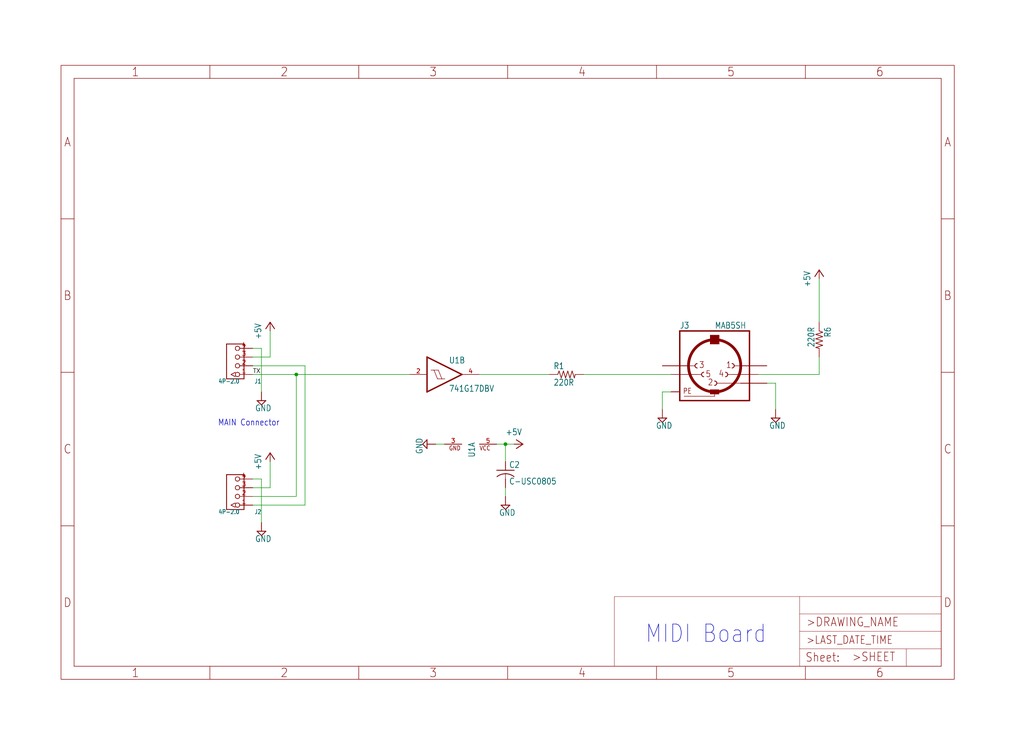
<source format=kicad_sch>
(kicad_sch (version 20211123) (generator eeschema)
  (paper "User" 298.45 217.881)
  (lib_symbols
    (symbol "weaver_midiout-eagle-import:+5V" (power)
      (property "Value" "+5V" (at -2.54 -5.08 90))
      (symbol "+5V_1_0"
        (polyline (pts (xy 0 0) (xy -1.27 -1.905)) (stroke (width 0.254)))
        (polyline (pts (xy 1.27 -1.905) (xy 0 0)) (stroke (width 0.254)))
        (pin power_in line (at 0 -2.54 90) (length 2.54) (name "+5V") (number "1"))
      )
    )
    (symbol "weaver_midiout-eagle-import:741G17DBV"
      (property "Reference" "IC" (at 1.27 3.175 0))
      (property "Value" "741G17DBV" (at 1.27 -5.08 0))
      (symbol "741G17DBV_1_0"
        (text "GND" (at 1.905 -6.35 900) (effects (font (size 1.27 1.0795)) (justify left bottom)))
        (text "VCC" (at 1.905 2.54 900) (effects (font (size 1.27 1.0795)) (justify left bottom)))
        (pin power_in line (at 0 -7.62 90) (length 5.08) (name "GND") (number "3"))
        (pin power_in line (at 0 7.62 270) (length 5.08) (name "VCC") (number "5"))
      )
      (symbol "741G17DBV_2_0"
        (polyline (pts (xy -5.08 -5.08) (xy -5.08 5.08)) (stroke (width 0.4064)))
        (polyline (pts (xy -5.08 5.08) (xy 5.08 0)) (stroke (width 0.4064)))
        (polyline (pts (xy -3.937 1.27) (xy -3.048 1.27)) (stroke (width 0.1524)))
        (polyline (pts (xy -3.048 1.27) (xy -1.778 1.27)) (stroke (width 0.1524)))
        (polyline (pts (xy -2.032 -1.27) (xy -3.048 1.27)) (stroke (width 0.1524)))
        (polyline (pts (xy -2.032 -1.27) (xy -0.762 -1.27)) (stroke (width 0.1524)))
        (polyline (pts (xy -0.762 -1.27) (xy -1.778 1.27)) (stroke (width 0.1524)))
        (polyline (pts (xy -0.762 -1.27) (xy 0.127 -1.27)) (stroke (width 0.1524)))
        (polyline (pts (xy 5.08 0) (xy -5.08 -5.08)) (stroke (width 0.4064)))
        (pin input line (at -10.16 0 0) (length 5.08) (name "I") (number "2"))
        (pin output line (at 10.16 0 180) (length 5.08) (name "O") (number "4"))
      )
    )
    (symbol "weaver_midiout-eagle-import:A4L-LOC"
      (symbol "A4L-LOC_0_0"
        (polyline (pts (xy 0 44.7675) (xy 3.81 44.7675)))
        (polyline (pts (xy 0 89.535) (xy 3.81 89.535)))
        (polyline (pts (xy 0 134.3025) (xy 3.81 134.3025)))
        (polyline (pts (xy 3.81 3.81) (xy 3.81 175.26)))
        (polyline (pts (xy 43.3917 0) (xy 43.3917 3.81)))
        (polyline (pts (xy 43.3917 175.26) (xy 43.3917 179.07)))
        (polyline (pts (xy 86.7833 0) (xy 86.7833 3.81)))
        (polyline (pts (xy 86.7833 175.26) (xy 86.7833 179.07)))
        (polyline (pts (xy 130.175 0) (xy 130.175 3.81)))
        (polyline (pts (xy 130.175 175.26) (xy 130.175 179.07)))
        (polyline (pts (xy 173.5667 0) (xy 173.5667 3.81)))
        (polyline (pts (xy 173.5667 175.26) (xy 173.5667 179.07)))
        (polyline (pts (xy 216.9583 0) (xy 216.9583 3.81)))
        (polyline (pts (xy 216.9583 175.26) (xy 216.9583 179.07)))
        (polyline (pts (xy 256.54 3.81) (xy 3.81 3.81)))
        (polyline (pts (xy 256.54 3.81) (xy 256.54 175.26)))
        (polyline (pts (xy 256.54 44.7675) (xy 260.35 44.7675)))
        (polyline (pts (xy 256.54 89.535) (xy 260.35 89.535)))
        (polyline (pts (xy 256.54 134.3025) (xy 260.35 134.3025)))
        (polyline (pts (xy 256.54 175.26) (xy 3.81 175.26)))
        (polyline (pts (xy 0 0) (xy 260.35 0) (xy 260.35 179.07) (xy 0 179.07) (xy 0 0)))
        (text "1" (at 21.6958 1.905 0) (effects (font (size 2.54 2.286))))
        (text "1" (at 21.6958 177.165 0) (effects (font (size 2.54 2.286))))
        (text "2" (at 65.0875 1.905 0) (effects (font (size 2.54 2.286))))
        (text "2" (at 65.0875 177.165 0) (effects (font (size 2.54 2.286))))
        (text "3" (at 108.4792 1.905 0) (effects (font (size 2.54 2.286))))
        (text "3" (at 108.4792 177.165 0) (effects (font (size 2.54 2.286))))
        (text "4" (at 151.8708 1.905 0) (effects (font (size 2.54 2.286))))
        (text "4" (at 151.8708 177.165 0) (effects (font (size 2.54 2.286))))
        (text "5" (at 195.2625 1.905 0) (effects (font (size 2.54 2.286))))
        (text "5" (at 195.2625 177.165 0) (effects (font (size 2.54 2.286))))
        (text "6" (at 238.6542 1.905 0) (effects (font (size 2.54 2.286))))
        (text "6" (at 238.6542 177.165 0) (effects (font (size 2.54 2.286))))
        (text "A" (at 1.905 156.6863 0) (effects (font (size 2.54 2.286))))
        (text "A" (at 258.445 156.6863 0) (effects (font (size 2.54 2.286))))
        (text "B" (at 1.905 111.9188 0) (effects (font (size 2.54 2.286))))
        (text "B" (at 258.445 111.9188 0) (effects (font (size 2.54 2.286))))
        (text "C" (at 1.905 67.1513 0) (effects (font (size 2.54 2.286))))
        (text "C" (at 258.445 67.1513 0) (effects (font (size 2.54 2.286))))
        (text "D" (at 1.905 22.3838 0) (effects (font (size 2.54 2.286))))
        (text "D" (at 258.445 22.3838 0) (effects (font (size 2.54 2.286))))
      )
      (symbol "A4L-LOC_1_0"
        (polyline (pts (xy 161.29 3.81) (xy 161.29 24.13)) (stroke (width 0.1016)))
        (polyline (pts (xy 161.29 24.13) (xy 215.265 24.13)) (stroke (width 0.1016)))
        (polyline (pts (xy 215.265 8.89) (xy 215.265 3.81)) (stroke (width 0.1016)))
        (polyline (pts (xy 215.265 8.89) (xy 215.265 13.97)) (stroke (width 0.1016)))
        (polyline (pts (xy 215.265 13.97) (xy 215.265 19.05)) (stroke (width 0.1016)))
        (polyline (pts (xy 215.265 13.97) (xy 256.54 13.97)) (stroke (width 0.1016)))
        (polyline (pts (xy 215.265 19.05) (xy 215.265 24.13)) (stroke (width 0.1016)))
        (polyline (pts (xy 215.265 19.05) (xy 256.54 19.05)) (stroke (width 0.1016)))
        (polyline (pts (xy 215.265 24.13) (xy 256.54 24.13)) (stroke (width 0.1016)))
        (polyline (pts (xy 246.38 3.81) (xy 246.38 8.89)) (stroke (width 0.1016)))
        (polyline (pts (xy 246.38 8.89) (xy 215.265 8.89)) (stroke (width 0.1016)))
        (polyline (pts (xy 246.38 8.89) (xy 256.54 8.89)) (stroke (width 0.1016)))
        (polyline (pts (xy 256.54 3.81) (xy 256.54 8.89)) (stroke (width 0.1016)))
        (polyline (pts (xy 256.54 8.89) (xy 256.54 13.97)) (stroke (width 0.1016)))
        (polyline (pts (xy 256.54 13.97) (xy 256.54 19.05)) (stroke (width 0.1016)))
        (polyline (pts (xy 256.54 19.05) (xy 256.54 24.13)) (stroke (width 0.1016)))
        (text ">DRAWING_NAME" (at 217.17 15.24 0) (effects (font (size 2.54 2.159)) (justify left bottom)))
        (text ">LAST_DATE_TIME" (at 217.17 10.16 0) (effects (font (size 2.286 1.9431)) (justify left bottom)))
        (text ">SHEET" (at 230.505 5.08 0) (effects (font (size 2.54 2.159)) (justify left bottom)))
        (text "Sheet:" (at 216.916 4.953 0) (effects (font (size 2.54 2.159)) (justify left bottom)))
      )
    )
    (symbol "weaver_midiout-eagle-import:C-USC0805"
      (property "Reference" "C" (at 1.016 0.635 0))
      (property "Value" "C-USC0805" (at 1.016 -4.191 0))
      (symbol "C-USC0805_1_0"
        (arc (start 0 -1.0161) (mid -1.302 -1.2303) (end -2.4668 -1.8504) (stroke (width 0.254)))
        (polyline (pts (xy -2.54 0) (xy 2.54 0)) (stroke (width 0.254)))
        (polyline (pts (xy 0 -1.016) (xy 0 -2.54)) (stroke (width 0.1524)))
        (arc (start 2.4892 -1.8542) (mid 1.3158 -1.2195) (end 0 -1) (stroke (width 0.254)))
        (pin passive line (at 0 2.54 270) (length 2.54) (name "1") (number "1"))
        (pin passive line (at 0 -5.08 90) (length 2.54) (name "2") (number "2"))
      )
    )
    (symbol "weaver_midiout-eagle-import:GND" (power)
      (property "Value" "GND" (at -1.905 -3.175 0))
      (symbol "GND_1_0"
        (polyline (pts (xy -1.27 0) (xy 1.27 0)) (stroke (width 0.254)))
        (polyline (pts (xy 0 -1.27) (xy -1.27 0)) (stroke (width 0.254)))
        (polyline (pts (xy 1.27 0) (xy 0 -1.27)) (stroke (width 0.254)))
        (pin power_in line (at 0 2.54 270) (length 2.54) (name "GND") (number "1"))
      )
    )
    (symbol "weaver_midiout-eagle-import:GROVE-CONNECTOR-DIP(4P-2.0)"
      (property "Reference" "J" (at -5.08 6.35 0))
      (property "Value" "GROVE-CONNECTOR-DIP(4P-2.0)" (at 1.27 6.35 0))
      (symbol "GROVE-CONNECTOR-DIP(4P-2.0)_1_0"
        (polyline (pts (xy 0 -3.81) (xy 0 6.35)) (stroke (width 0.254)))
        (polyline (pts (xy 0 6.35) (xy 5.08 6.35)) (stroke (width 0.254)))
        (polyline (pts (xy 5.08 -3.81) (xy 0 -3.81)) (stroke (width 0.254)))
        (polyline (pts (xy 5.08 6.35) (xy 5.08 -3.81)) (stroke (width 0.254)))
        (pin bidirectional inverted_clock (at -2.54 5.08 0) (length 5.08) (name "1") (number "1"))
        (pin bidirectional inverted (at -2.54 2.54 0) (length 5.08) (name "2") (number "2"))
        (pin bidirectional inverted (at -2.54 0 0) (length 5.08) (name "3") (number "3"))
        (pin bidirectional inverted (at -2.54 -2.54 0) (length 5.08) (name "4") (number "4"))
      )
    )
    (symbol "weaver_midiout-eagle-import:MAB5SH"
      (property "Reference" "X" (at -10.16 10.795 0))
      (property "Value" "MAB5SH" (at 0 10.795 0))
      (symbol "MAB5SH_1_0"
        (arc (start -5.715 0) (mid -5.529 -0.449) (end -5.08 -0.635) (stroke (width 0.254)))
        (arc (start -5.08 0.635) (mid -5.529 0.449) (end -5.715 0) (stroke (width 0.254)))
        (arc (start -3.81 -2.54) (mid -3.624 -2.989) (end -3.175 -3.175) (stroke (width 0.254)))
        (arc (start -3.175 -1.905) (mid -3.624 -2.091) (end -3.81 -2.54) (stroke (width 0.254)))
        (rectangle (start -1.27 -8.255) (end 1.27 -6.985) (fill (type outline)))
        (rectangle (start -1.27 6.35) (end 1.27 8.89) (fill (type outline)))
        (arc (start 0 -5.715) (mid 0.449 -5.529) (end 0.635 -5.08) (stroke (width 0.254)))
        (polyline (pts (xy -10.16 -10.16) (xy -10.16 10.16)) (stroke (width 0.4064)))
        (polyline (pts (xy -10.16 -10.16) (xy 10.16 -10.16)) (stroke (width 0.4064)))
        (polyline (pts (xy -7.62 0) (xy -5.715 0)) (stroke (width 0.1524)))
        (polyline (pts (xy -5.08 -2.54) (xy -3.81 -2.54)) (stroke (width 0.1524)))
        (polyline (pts (xy -1.27 6.35) (xy -1.27 8.89)) (stroke (width 0.1524)))
        (polyline (pts (xy -1.27 6.35) (xy 1.27 6.35)) (stroke (width 0.1524)))
        (polyline (pts (xy -1.27 8.89) (xy 1.27 8.89)) (stroke (width 0.1524)))
        (polyline (pts (xy 0 -8.89) (xy -8.89 -8.89)) (stroke (width 0.1524)))
        (polyline (pts (xy 0 -8.89) (xy 0 -7.62)) (stroke (width 0.1524)))
        (polyline (pts (xy 0.635 -5.08) (xy 7.62 -5.08)) (stroke (width 0.1524)))
        (polyline (pts (xy 1.27 8.89) (xy 1.27 6.35)) (stroke (width 0.1524)))
        (polyline (pts (xy 3.81 -2.54) (xy 5.08 -2.54)) (stroke (width 0.1524)))
        (polyline (pts (xy 5.715 0) (xy 7.62 0)) (stroke (width 0.1524)))
        (polyline (pts (xy 10.16 10.16) (xy -10.16 10.16)) (stroke (width 0.4064)))
        (polyline (pts (xy 10.16 10.16) (xy 10.16 -10.16)) (stroke (width 0.4064)))
        (circle (center 0 0) (radius 7.62) (stroke (width 0.8128)))
        (arc (start 0.635 -5.08) (mid 0.449 -4.631) (end 0 -4.445) (stroke (width 0.254)))
        (arc (start 3.175 -3.175) (mid 3.624 -2.989) (end 3.81 -2.54) (stroke (width 0.254)))
        (arc (start 3.81 -2.54) (mid 3.624 -2.091) (end 3.175 -1.905) (stroke (width 0.254)))
        (arc (start 5.08 -0.635) (mid 5.529 -0.449) (end 5.715 0) (stroke (width 0.254)))
        (arc (start 5.715 0) (mid 5.529 0.449) (end 5.08 0.635) (stroke (width 0.254)))
        (text "1" (at 3.302 -0.762 0) (effects (font (size 1.778 1.5113)) (justify left bottom)))
        (text "2" (at -2.032 -5.842 0) (effects (font (size 1.778 1.5113)) (justify left bottom)))
        (text "3" (at -4.572 -0.762 0) (effects (font (size 1.778 1.5113)) (justify left bottom)))
        (text "4" (at 1.143 -3.302 0) (effects (font (size 1.778 1.5113)) (justify left bottom)))
        (text "5" (at -2.667 -3.429 0) (effects (font (size 1.778 1.5113)) (justify left bottom)))
        (text "PE" (at -9.271 -8.255 0) (effects (font (size 1.524 1.2954)) (justify left bottom)))
        (pin passive line (at 15.24 0 180) (length 7.62) (name "1") (number "1"))
        (pin passive line (at 15.24 -5.08 180) (length 7.62) (name "2") (number "2"))
        (pin passive line (at -15.24 0 0) (length 7.62) (name "3") (number "3"))
        (pin passive line (at 12.7 -2.54 180) (length 7.62) (name "4") (number "4"))
        (pin passive line (at -12.7 -2.54 0) (length 7.62) (name "5") (number "5"))
        (pin power_in line (at -12.7 -7.62 0) (length 2.54) (name "PE") (number "PE"))
        (pin power_in line (at -12.7 -7.62 0) (length 2.54) (name "PE") (number "PE@"))
      )
    )
    (symbol "weaver_midiout-eagle-import:R-US_R0805"
      (property "Reference" "R" (at -3.81 1.4986 0))
      (property "Value" "R-US_R0805" (at -3.81 -3.302 0))
      (symbol "R-US_R0805_1_0"
        (polyline (pts (xy -2.54 0) (xy -2.159 1.016)) (stroke (width 0.2032)))
        (polyline (pts (xy -2.159 1.016) (xy -1.524 -1.016)) (stroke (width 0.2032)))
        (polyline (pts (xy -1.524 -1.016) (xy -0.889 1.016)) (stroke (width 0.2032)))
        (polyline (pts (xy -0.889 1.016) (xy -0.254 -1.016)) (stroke (width 0.2032)))
        (polyline (pts (xy -0.254 -1.016) (xy 0.381 1.016)) (stroke (width 0.2032)))
        (polyline (pts (xy 0.381 1.016) (xy 1.016 -1.016)) (stroke (width 0.2032)))
        (polyline (pts (xy 1.016 -1.016) (xy 1.651 1.016)) (stroke (width 0.2032)))
        (polyline (pts (xy 1.651 1.016) (xy 2.286 -1.016)) (stroke (width 0.2032)))
        (polyline (pts (xy 2.286 -1.016) (xy 2.54 0)) (stroke (width 0.2032)))
        (pin passive line (at -5.08 0 0) (length 2.54) (name "1") (number "1"))
        (pin passive line (at 5.08 0 180) (length 2.54) (name "2") (number "2"))
      )
    )
  )
  (junction (at 86.36 109.22))
  (junction (at 147.32 129.54))
  (wire (pts (xy 73.66 104.14) (xy 78.74 104.14)))
  (wire (pts (xy 147.32 142.24) (xy 147.32 144.78)))
  (wire (pts (xy 73.66 142.24) (xy 78.74 142.24)))
  (wire (pts (xy 73.66 139.7) (xy 76.2 139.7)))
  (wire (pts (xy 226.06 119.38) (xy 226.06 111.76)))
  (wire (pts (xy 147.32 129.54) (xy 149.86 129.54)))
  (wire (pts (xy 88.9 147.32) (xy 88.9 106.68)))
  (wire (pts (xy 238.76 93.98) (xy 238.76 81.28)))
  (wire (pts (xy 226.06 111.76) (xy 223.52 111.76)))
  (wire (pts (xy 220.98 109.22) (xy 238.76 109.22)))
  (wire (pts (xy 76.2 101.6) (xy 76.2 114.3)))
  (wire (pts (xy 144.78 129.54) (xy 147.32 129.54)))
  (wire (pts (xy 86.36 109.22) (xy 119.38 109.22)))
  (wire (pts (xy 170.18 109.22) (xy 195.58 109.22)))
  (wire (pts (xy 88.9 106.68) (xy 73.66 106.68)))
  (wire (pts (xy 139.7 109.22) (xy 160.02 109.22)))
  (wire (pts (xy 78.74 142.24) (xy 78.74 134.62)))
  (wire (pts (xy 238.76 104.14) (xy 238.76 109.22)))
  (wire (pts (xy 86.36 144.78) (xy 86.36 109.22)))
  (wire (pts (xy 73.66 109.22) (xy 86.36 109.22)))
  (wire (pts (xy 73.66 101.6) (xy 76.2 101.6)))
  (wire (pts (xy 73.66 147.32) (xy 88.9 147.32)))
  (wire (pts (xy 193.04 114.3) (xy 193.04 119.38)))
  (wire (pts (xy 76.2 139.7) (xy 76.2 152.4)))
  (wire (pts (xy 127 129.54) (xy 129.54 129.54)))
  (wire (pts (xy 73.66 144.78) (xy 86.36 144.78)))
  (wire (pts (xy 195.58 114.3) (xy 193.04 114.3)))
  (wire (pts (xy 147.32 129.54) (xy 147.32 134.62)))
  (wire (pts (xy 78.74 104.14) (xy 78.74 96.52)))
  (text "MIDI Board" (at 187.96 187.96 180) (effects (font (size 5.08 4.318)) (justify left bottom)))
  (text "MAIN Connector" (at 63.5 124.46 180) (effects (font (size 1.778 1.5113)) (justify left bottom)))
  (label "TX" (at 73.66 109.22 0) (effects (font (size 1.2446 1.2446))))
  (symbol (lib_id "weaver_midiout-eagle-import:+5V") (at 78.74 93.98 0) (unit 1)
    (property "Reference" "#P+4" (effects hide))
    (property "Value" "+5V" (at 76.2 99.06 90) (effects (font (size 1.778 1.5113)) (justify left bottom)))
    (property "Footprint" "weaver_midiout:" (effects hide))
  )
  (symbol (lib_id "weaver_midiout-eagle-import:GND") (at 76.2 116.84 0) (unit 1)
    (property "Reference" "#SUPPLY3" (effects hide))
    (property "Value" "GND" (at 74.295 120.015 0) (effects (font (size 1.778 1.5113)) (justify left bottom)))
    (property "Footprint" "weaver_midiout:" (effects hide))
  )
  (symbol (lib_id "weaver_midiout-eagle-import:GROVE-CONNECTOR-DIP(4P-2.0)") (at 71.12 104.14 180) (unit 1)
    (property "Reference" "J1" (at 76.2 110.49 0) (effects (font (size 1.27 1.0795)) (justify left bottom)))
    (property "Value" "4P-2.0" (at 69.85 110.49 0) (effects (font (size 1.27 1.0795)) (justify left bottom)))
    (property "Footprint" "weaver_midiout:HW4-2.0" (effects hide))
  )
  (symbol (lib_id "weaver_midiout-eagle-import:GROVE-CONNECTOR-DIP(4P-2.0)") (at 71.12 142.24 180) (unit 1)
    (property "Reference" "J2" (at 76.2 148.59 0) (effects (font (size 1.27 1.0795)) (justify left bottom)))
    (property "Value" "4P-2.0" (at 69.85 148.59 0) (effects (font (size 1.27 1.0795)) (justify left bottom)))
    (property "Footprint" "weaver_midiout:HW4-2.0" (effects hide))
  )
  (symbol (lib_id "weaver_midiout-eagle-import:+5V") (at 238.76 78.74 0) (unit 1)
    (property "Reference" "#P+3" (effects hide))
    (property "Value" "+5V" (at 236.22 83.82 90) (effects (font (size 1.778 1.5113)) (justify left bottom)))
    (property "Footprint" "weaver_midiout:" (effects hide))
  )
  (symbol (lib_id "weaver_midiout-eagle-import:C-USC0805") (at 147.32 137.16 0) (unit 1)
    (property "Reference" "C2" (at 148.336 136.525 0) (effects (font (size 1.778 1.5113)) (justify left bottom)))
    (property "Value" "C-USC0805" (at 148.336 141.351 0) (effects (font (size 1.778 1.5113)) (justify left bottom)))
    (property "Footprint" "weaver_midiout:C0805" (effects hide))
  )
  (symbol (lib_id "weaver_midiout-eagle-import:741G17DBV") (at 129.54 109.22 0) (unit 2)
    (property "Reference" "U1" (at 130.81 106.045 0) (effects (font (size 1.778 1.5113)) (justify left bottom)))
    (property "Value" "741G17DBV" (at 130.81 114.3 0) (effects (font (size 1.778 1.5113)) (justify left bottom)))
    (property "Footprint" "weaver_midiout:SOT23-5" (effects hide))
  )
  (symbol (lib_id "weaver_midiout-eagle-import:A4L-LOC") (at 17.78 198.12 0) (unit 1)
    (property "Reference" "#FRAME1" (effects hide))
    (property "Value" "A4L-LOC" (effects hide))
    (property "Footprint" "weaver_midiout:" (effects hide))
  )
  (symbol (lib_id "weaver_midiout-eagle-import:GND") (at 147.32 147.32 0) (unit 1)
    (property "Reference" "#SUPPLY9" (effects hide))
    (property "Value" "GND" (at 145.415 150.495 0) (effects (font (size 1.778 1.5113)) (justify left bottom)))
    (property "Footprint" "weaver_midiout:" (effects hide))
  )
  (symbol (lib_id "weaver_midiout-eagle-import:R-US_R0805") (at 165.1 109.22 0) (unit 1)
    (property "Reference" "R1" (at 161.29 107.7214 0) (effects (font (size 1.778 1.5113)) (justify left bottom)))
    (property "Value" "220R" (at 161.29 112.522 0) (effects (font (size 1.778 1.5113)) (justify left bottom)))
    (property "Footprint" "weaver_midiout:R0805" (effects hide))
  )
  (symbol (lib_id "weaver_midiout-eagle-import:+5V") (at 78.74 132.08 0) (unit 1)
    (property "Reference" "#P+1" (effects hide))
    (property "Value" "+5V" (at 76.2 137.16 90) (effects (font (size 1.778 1.5113)) (justify left bottom)))
    (property "Footprint" "weaver_midiout:" (effects hide))
  )
  (symbol (lib_id "weaver_midiout-eagle-import:+5V") (at 152.4 129.54 270) (unit 1)
    (property "Reference" "#P+7" (effects hide))
    (property "Value" "+5V" (at 147.32 127 90) (effects (font (size 1.778 1.5113)) (justify left bottom)))
    (property "Footprint" "weaver_midiout:" (effects hide))
  )
  (symbol (lib_id "weaver_midiout-eagle-import:741G17DBV") (at 137.16 129.54 270) (unit 1)
    (property "Reference" "U1" (at 136.525 128.905 0) (effects (font (size 1.778 1.5113)) (justify left bottom)))
    (property "Value" "741G17DBV" (effects hide))
    (property "Footprint" "weaver_midiout:SOT23-5" (effects hide))
  )
  (symbol (lib_id "weaver_midiout-eagle-import:GND") (at 193.04 121.92 0) (unit 1)
    (property "Reference" "#SUPPLY2" (effects hide))
    (property "Value" "GND" (at 191.135 125.095 0) (effects (font (size 1.778 1.5113)) (justify left bottom)))
    (property "Footprint" "weaver_midiout:" (effects hide))
  )
  (symbol (lib_id "weaver_midiout-eagle-import:GND") (at 124.46 129.54 270) (unit 1)
    (property "Reference" "#SUPPLY7" (effects hide))
    (property "Value" "GND" (at 121.285 127.635 0) (effects (font (size 1.778 1.5113)) (justify left bottom)))
    (property "Footprint" "weaver_midiout:" (effects hide))
  )
  (symbol (lib_id "weaver_midiout-eagle-import:R-US_R0805") (at 238.76 99.06 270) (unit 1)
    (property "Reference" "R6" (at 240.2586 95.25 0) (effects (font (size 1.778 1.5113)) (justify left bottom)))
    (property "Value" "220R" (at 235.458 95.25 0) (effects (font (size 1.778 1.5113)) (justify left bottom)))
    (property "Footprint" "weaver_midiout:R0805" (effects hide))
  )
  (symbol (lib_id "weaver_midiout-eagle-import:GND") (at 226.06 121.92 0) (unit 1)
    (property "Reference" "#SUPPLY4" (effects hide))
    (property "Value" "GND" (at 224.155 125.095 0) (effects (font (size 1.778 1.5113)) (justify left bottom)))
    (property "Footprint" "weaver_midiout:" (effects hide))
  )
  (symbol (lib_id "weaver_midiout-eagle-import:GND") (at 76.2 154.94 0) (unit 1)
    (property "Reference" "#SUPPLY1" (effects hide))
    (property "Value" "GND" (at 74.295 158.115 0) (effects (font (size 1.778 1.5113)) (justify left bottom)))
    (property "Footprint" "weaver_midiout:" (effects hide))
  )
  (symbol (lib_id "weaver_midiout-eagle-import:MAB5SH") (at 208.28 106.68 0) (unit 1)
    (property "Reference" "J3" (at 198.12 95.885 0) (effects (font (size 1.778 1.5113)) (justify left bottom)))
    (property "Value" "MAB5SH" (at 208.28 95.885 0) (effects (font (size 1.778 1.5113)) (justify left bottom)))
    (property "Footprint" "weaver_midiout:MAB5SH" (effects hide))
  )
)
</source>
